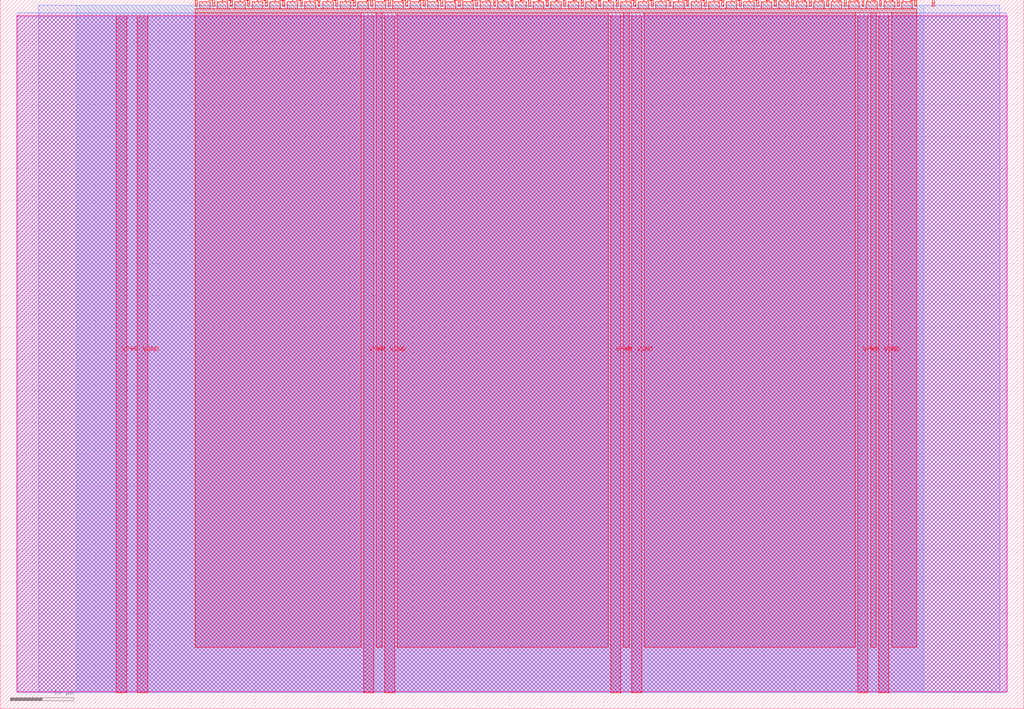
<source format=lef>
VERSION 5.7 ;
  NOWIREEXTENSIONATPIN ON ;
  DIVIDERCHAR "/" ;
  BUSBITCHARS "[]" ;
MACRO tt_um_snn
  CLASS BLOCK ;
  FOREIGN tt_um_snn ;
  ORIGIN 0.000 0.000 ;
  SIZE 161.000 BY 111.520 ;
  PIN VGND
    DIRECTION INOUT ;
    USE GROUND ;
    PORT
      LAYER met4 ;
        RECT 21.580 2.480 23.180 109.040 ;
    END
    PORT
      LAYER met4 ;
        RECT 60.450 2.480 62.050 109.040 ;
    END
    PORT
      LAYER met4 ;
        RECT 99.320 2.480 100.920 109.040 ;
    END
    PORT
      LAYER met4 ;
        RECT 138.190 2.480 139.790 109.040 ;
    END
  END VGND
  PIN VPWR
    DIRECTION INOUT ;
    USE POWER ;
    PORT
      LAYER met4 ;
        RECT 18.280 2.480 19.880 109.040 ;
    END
    PORT
      LAYER met4 ;
        RECT 57.150 2.480 58.750 109.040 ;
    END
    PORT
      LAYER met4 ;
        RECT 96.020 2.480 97.620 109.040 ;
    END
    PORT
      LAYER met4 ;
        RECT 134.890 2.480 136.490 109.040 ;
    END
  END VPWR
  PIN clk
    DIRECTION INPUT ;
    USE SIGNAL ;
    ANTENNAGATEAREA 0.852000 ;
    PORT
      LAYER met4 ;
        RECT 143.830 110.520 144.130 111.520 ;
    END
  END clk
  PIN ena
    DIRECTION INPUT ;
    USE SIGNAL ;
    PORT
      LAYER met4 ;
        RECT 146.590 110.520 146.890 111.520 ;
    END
  END ena
  PIN rst_n
    DIRECTION INPUT ;
    USE SIGNAL ;
    ANTENNAGATEAREA 0.196500 ;
    PORT
      LAYER met4 ;
        RECT 141.070 110.520 141.370 111.520 ;
    END
  END rst_n
  PIN ui_in[0]
    DIRECTION INPUT ;
    USE SIGNAL ;
    ANTENNAGATEAREA 0.196500 ;
    PORT
      LAYER met4 ;
        RECT 138.310 110.520 138.610 111.520 ;
    END
  END ui_in[0]
  PIN ui_in[1]
    DIRECTION INPUT ;
    USE SIGNAL ;
    ANTENNAGATEAREA 0.196500 ;
    PORT
      LAYER met4 ;
        RECT 135.550 110.520 135.850 111.520 ;
    END
  END ui_in[1]
  PIN ui_in[2]
    DIRECTION INPUT ;
    USE SIGNAL ;
    ANTENNAGATEAREA 0.196500 ;
    PORT
      LAYER met4 ;
        RECT 132.790 110.520 133.090 111.520 ;
    END
  END ui_in[2]
  PIN ui_in[3]
    DIRECTION INPUT ;
    USE SIGNAL ;
    ANTENNAGATEAREA 0.196500 ;
    PORT
      LAYER met4 ;
        RECT 130.030 110.520 130.330 111.520 ;
    END
  END ui_in[3]
  PIN ui_in[4]
    DIRECTION INPUT ;
    USE SIGNAL ;
    ANTENNAGATEAREA 0.196500 ;
    PORT
      LAYER met4 ;
        RECT 127.270 110.520 127.570 111.520 ;
    END
  END ui_in[4]
  PIN ui_in[5]
    DIRECTION INPUT ;
    USE SIGNAL ;
    ANTENNAGATEAREA 0.196500 ;
    PORT
      LAYER met4 ;
        RECT 124.510 110.520 124.810 111.520 ;
    END
  END ui_in[5]
  PIN ui_in[6]
    DIRECTION INPUT ;
    USE SIGNAL ;
    ANTENNAGATEAREA 0.196500 ;
    PORT
      LAYER met4 ;
        RECT 121.750 110.520 122.050 111.520 ;
    END
  END ui_in[6]
  PIN ui_in[7]
    DIRECTION INPUT ;
    USE SIGNAL ;
    ANTENNAGATEAREA 0.196500 ;
    PORT
      LAYER met4 ;
        RECT 118.990 110.520 119.290 111.520 ;
    END
  END ui_in[7]
  PIN uio_in[0]
    DIRECTION INPUT ;
    USE SIGNAL ;
    ANTENNAGATEAREA 0.196500 ;
    PORT
      LAYER met4 ;
        RECT 116.230 110.520 116.530 111.520 ;
    END
  END uio_in[0]
  PIN uio_in[1]
    DIRECTION INPUT ;
    USE SIGNAL ;
    ANTENNAGATEAREA 0.196500 ;
    PORT
      LAYER met4 ;
        RECT 113.470 110.520 113.770 111.520 ;
    END
  END uio_in[1]
  PIN uio_in[2]
    DIRECTION INPUT ;
    USE SIGNAL ;
    ANTENNAGATEAREA 0.196500 ;
    PORT
      LAYER met4 ;
        RECT 110.710 110.520 111.010 111.520 ;
    END
  END uio_in[2]
  PIN uio_in[3]
    DIRECTION INPUT ;
    USE SIGNAL ;
    ANTENNAGATEAREA 0.196500 ;
    PORT
      LAYER met4 ;
        RECT 107.950 110.520 108.250 111.520 ;
    END
  END uio_in[3]
  PIN uio_in[4]
    DIRECTION INPUT ;
    USE SIGNAL ;
    ANTENNAGATEAREA 0.196500 ;
    PORT
      LAYER met4 ;
        RECT 105.190 110.520 105.490 111.520 ;
    END
  END uio_in[4]
  PIN uio_in[5]
    DIRECTION INPUT ;
    USE SIGNAL ;
    ANTENNAGATEAREA 0.196500 ;
    PORT
      LAYER met4 ;
        RECT 102.430 110.520 102.730 111.520 ;
    END
  END uio_in[5]
  PIN uio_in[6]
    DIRECTION INPUT ;
    USE SIGNAL ;
    ANTENNAGATEAREA 0.196500 ;
    PORT
      LAYER met4 ;
        RECT 99.670 110.520 99.970 111.520 ;
    END
  END uio_in[6]
  PIN uio_in[7]
    DIRECTION INPUT ;
    USE SIGNAL ;
    ANTENNAGATEAREA 0.196500 ;
    PORT
      LAYER met4 ;
        RECT 96.910 110.520 97.210 111.520 ;
    END
  END uio_in[7]
  PIN uio_oe[0]
    DIRECTION OUTPUT ;
    USE SIGNAL ;
    PORT
      LAYER met4 ;
        RECT 49.990 110.520 50.290 111.520 ;
    END
  END uio_oe[0]
  PIN uio_oe[1]
    DIRECTION OUTPUT ;
    USE SIGNAL ;
    PORT
      LAYER met4 ;
        RECT 47.230 110.520 47.530 111.520 ;
    END
  END uio_oe[1]
  PIN uio_oe[2]
    DIRECTION OUTPUT ;
    USE SIGNAL ;
    PORT
      LAYER met4 ;
        RECT 44.470 110.520 44.770 111.520 ;
    END
  END uio_oe[2]
  PIN uio_oe[3]
    DIRECTION OUTPUT ;
    USE SIGNAL ;
    PORT
      LAYER met4 ;
        RECT 41.710 110.520 42.010 111.520 ;
    END
  END uio_oe[3]
  PIN uio_oe[4]
    DIRECTION OUTPUT ;
    USE SIGNAL ;
    PORT
      LAYER met4 ;
        RECT 38.950 110.520 39.250 111.520 ;
    END
  END uio_oe[4]
  PIN uio_oe[5]
    DIRECTION OUTPUT ;
    USE SIGNAL ;
    PORT
      LAYER met4 ;
        RECT 36.190 110.520 36.490 111.520 ;
    END
  END uio_oe[5]
  PIN uio_oe[6]
    DIRECTION OUTPUT ;
    USE SIGNAL ;
    PORT
      LAYER met4 ;
        RECT 33.430 110.520 33.730 111.520 ;
    END
  END uio_oe[6]
  PIN uio_oe[7]
    DIRECTION OUTPUT ;
    USE SIGNAL ;
    PORT
      LAYER met4 ;
        RECT 30.670 110.520 30.970 111.520 ;
    END
  END uio_oe[7]
  PIN uio_out[0]
    DIRECTION OUTPUT ;
    USE SIGNAL ;
    PORT
      LAYER met4 ;
        RECT 72.070 110.520 72.370 111.520 ;
    END
  END uio_out[0]
  PIN uio_out[1]
    DIRECTION OUTPUT ;
    USE SIGNAL ;
    PORT
      LAYER met4 ;
        RECT 69.310 110.520 69.610 111.520 ;
    END
  END uio_out[1]
  PIN uio_out[2]
    DIRECTION OUTPUT ;
    USE SIGNAL ;
    PORT
      LAYER met4 ;
        RECT 66.550 110.520 66.850 111.520 ;
    END
  END uio_out[2]
  PIN uio_out[3]
    DIRECTION OUTPUT ;
    USE SIGNAL ;
    PORT
      LAYER met4 ;
        RECT 63.790 110.520 64.090 111.520 ;
    END
  END uio_out[3]
  PIN uio_out[4]
    DIRECTION OUTPUT ;
    USE SIGNAL ;
    PORT
      LAYER met4 ;
        RECT 61.030 110.520 61.330 111.520 ;
    END
  END uio_out[4]
  PIN uio_out[5]
    DIRECTION OUTPUT ;
    USE SIGNAL ;
    PORT
      LAYER met4 ;
        RECT 58.270 110.520 58.570 111.520 ;
    END
  END uio_out[5]
  PIN uio_out[6]
    DIRECTION OUTPUT ;
    USE SIGNAL ;
    PORT
      LAYER met4 ;
        RECT 55.510 110.520 55.810 111.520 ;
    END
  END uio_out[6]
  PIN uio_out[7]
    DIRECTION OUTPUT ;
    USE SIGNAL ;
    PORT
      LAYER met4 ;
        RECT 52.750 110.520 53.050 111.520 ;
    END
  END uio_out[7]
  PIN uo_out[0]
    DIRECTION OUTPUT ;
    USE SIGNAL ;
    ANTENNADIFFAREA 0.643500 ;
    PORT
      LAYER met4 ;
        RECT 94.150 110.520 94.450 111.520 ;
    END
  END uo_out[0]
  PIN uo_out[1]
    DIRECTION OUTPUT ;
    USE SIGNAL ;
    ANTENNADIFFAREA 0.643500 ;
    PORT
      LAYER met4 ;
        RECT 91.390 110.520 91.690 111.520 ;
    END
  END uo_out[1]
  PIN uo_out[2]
    DIRECTION OUTPUT ;
    USE SIGNAL ;
    ANTENNADIFFAREA 0.643500 ;
    PORT
      LAYER met4 ;
        RECT 88.630 110.520 88.930 111.520 ;
    END
  END uo_out[2]
  PIN uo_out[3]
    DIRECTION OUTPUT ;
    USE SIGNAL ;
    ANTENNADIFFAREA 0.643500 ;
    PORT
      LAYER met4 ;
        RECT 85.870 110.520 86.170 111.520 ;
    END
  END uo_out[3]
  PIN uo_out[4]
    DIRECTION OUTPUT ;
    USE SIGNAL ;
    ANTENNADIFFAREA 0.643500 ;
    PORT
      LAYER met4 ;
        RECT 83.110 110.520 83.410 111.520 ;
    END
  END uo_out[4]
  PIN uo_out[5]
    DIRECTION OUTPUT ;
    USE SIGNAL ;
    ANTENNADIFFAREA 0.643500 ;
    PORT
      LAYER met4 ;
        RECT 80.350 110.520 80.650 111.520 ;
    END
  END uo_out[5]
  PIN uo_out[6]
    DIRECTION OUTPUT ;
    USE SIGNAL ;
    ANTENNADIFFAREA 0.643500 ;
    PORT
      LAYER met4 ;
        RECT 77.590 110.520 77.890 111.520 ;
    END
  END uo_out[6]
  PIN uo_out[7]
    DIRECTION OUTPUT ;
    USE SIGNAL ;
    ANTENNADIFFAREA 0.643500 ;
    PORT
      LAYER met4 ;
        RECT 74.830 110.520 75.130 111.520 ;
    END
  END uo_out[7]
  OBS
      LAYER nwell ;
        RECT 2.570 2.635 158.430 108.990 ;
      LAYER li1 ;
        RECT 2.760 2.635 158.240 108.885 ;
      LAYER met1 ;
        RECT 2.760 2.480 158.240 109.440 ;
      LAYER met2 ;
        RECT 6.080 2.535 157.220 110.685 ;
      LAYER met3 ;
        RECT 12.025 2.555 145.295 110.665 ;
      LAYER met4 ;
        RECT 31.370 110.120 33.030 111.170 ;
        RECT 34.130 110.120 35.790 111.170 ;
        RECT 36.890 110.120 38.550 111.170 ;
        RECT 39.650 110.120 41.310 111.170 ;
        RECT 42.410 110.120 44.070 111.170 ;
        RECT 45.170 110.120 46.830 111.170 ;
        RECT 47.930 110.120 49.590 111.170 ;
        RECT 50.690 110.120 52.350 111.170 ;
        RECT 53.450 110.120 55.110 111.170 ;
        RECT 56.210 110.120 57.870 111.170 ;
        RECT 58.970 110.120 60.630 111.170 ;
        RECT 61.730 110.120 63.390 111.170 ;
        RECT 64.490 110.120 66.150 111.170 ;
        RECT 67.250 110.120 68.910 111.170 ;
        RECT 70.010 110.120 71.670 111.170 ;
        RECT 72.770 110.120 74.430 111.170 ;
        RECT 75.530 110.120 77.190 111.170 ;
        RECT 78.290 110.120 79.950 111.170 ;
        RECT 81.050 110.120 82.710 111.170 ;
        RECT 83.810 110.120 85.470 111.170 ;
        RECT 86.570 110.120 88.230 111.170 ;
        RECT 89.330 110.120 90.990 111.170 ;
        RECT 92.090 110.120 93.750 111.170 ;
        RECT 94.850 110.120 96.510 111.170 ;
        RECT 97.610 110.120 99.270 111.170 ;
        RECT 100.370 110.120 102.030 111.170 ;
        RECT 103.130 110.120 104.790 111.170 ;
        RECT 105.890 110.120 107.550 111.170 ;
        RECT 108.650 110.120 110.310 111.170 ;
        RECT 111.410 110.120 113.070 111.170 ;
        RECT 114.170 110.120 115.830 111.170 ;
        RECT 116.930 110.120 118.590 111.170 ;
        RECT 119.690 110.120 121.350 111.170 ;
        RECT 122.450 110.120 124.110 111.170 ;
        RECT 125.210 110.120 126.870 111.170 ;
        RECT 127.970 110.120 129.630 111.170 ;
        RECT 130.730 110.120 132.390 111.170 ;
        RECT 133.490 110.120 135.150 111.170 ;
        RECT 136.250 110.120 137.910 111.170 ;
        RECT 139.010 110.120 140.670 111.170 ;
        RECT 141.770 110.120 143.430 111.170 ;
        RECT 30.655 109.440 144.145 110.120 ;
        RECT 30.655 9.695 56.750 109.440 ;
        RECT 59.150 9.695 60.050 109.440 ;
        RECT 62.450 9.695 95.620 109.440 ;
        RECT 98.020 9.695 98.920 109.440 ;
        RECT 101.320 9.695 134.490 109.440 ;
        RECT 136.890 9.695 137.790 109.440 ;
        RECT 140.190 9.695 144.145 109.440 ;
  END
END tt_um_snn
END LIBRARY


</source>
